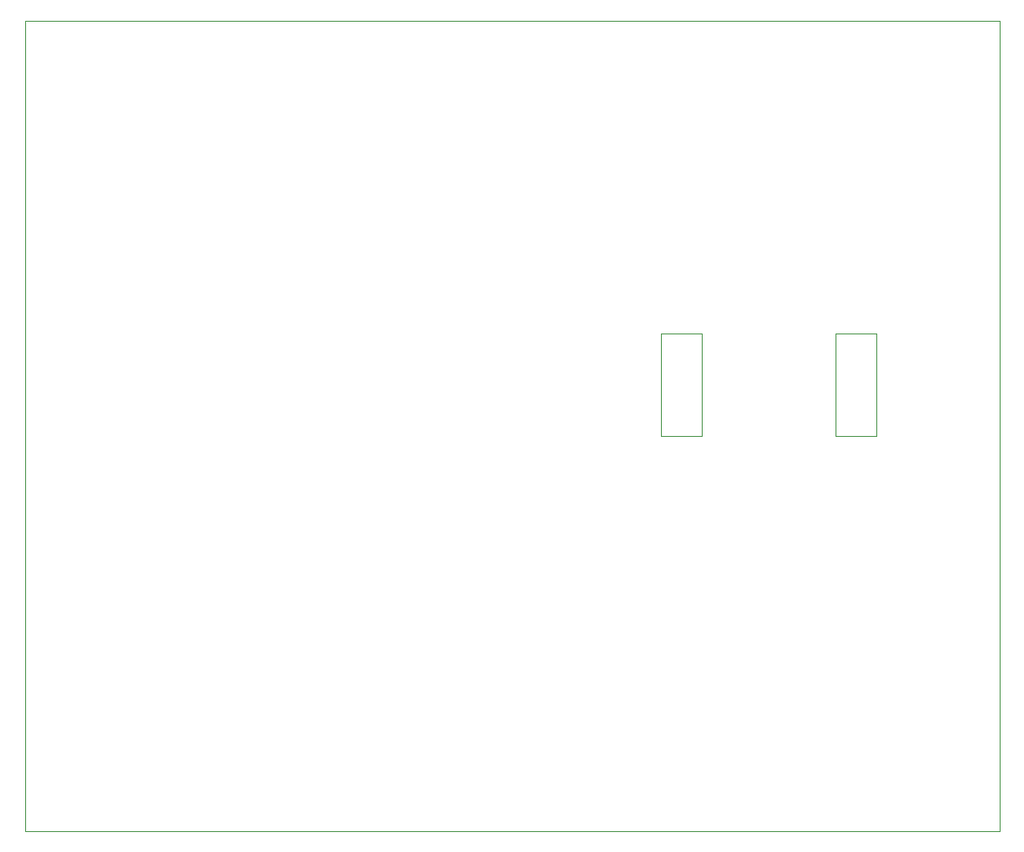
<source format=gbr>
%TF.GenerationSoftware,KiCad,Pcbnew,(6.0.0)*%
%TF.CreationDate,2022-08-12T16:53:38+02:00*%
%TF.ProjectId,PulseOximeter,50756c73-654f-4786-996d-657465722e6b,rev?*%
%TF.SameCoordinates,Original*%
%TF.FileFunction,Profile,NP*%
%FSLAX46Y46*%
G04 Gerber Fmt 4.6, Leading zero omitted, Abs format (unit mm)*
G04 Created by KiCad (PCBNEW (6.0.0)) date 2022-08-12 16:53:38*
%MOMM*%
%LPD*%
G01*
G04 APERTURE LIST*
%TA.AperFunction,Profile*%
%ADD10C,0.100000*%
%TD*%
G04 APERTURE END LIST*
D10*
X139000000Y-88500000D02*
X143000000Y-88500000D01*
X143000000Y-88500000D02*
X143000000Y-98500000D01*
X143000000Y-98500000D02*
X139000000Y-98500000D01*
X139000000Y-98500000D02*
X139000000Y-88500000D01*
X156000000Y-88500000D02*
X160000000Y-88500000D01*
X160000000Y-88500000D02*
X160000000Y-98500000D01*
X160000000Y-98500000D02*
X156000000Y-98500000D01*
X156000000Y-98500000D02*
X156000000Y-88500000D01*
X77000000Y-58000000D02*
X77000000Y-137000000D01*
X172000000Y-137000000D02*
X77000000Y-137000000D01*
X172000000Y-58000000D02*
X172000000Y-137000000D01*
X77000000Y-58000000D02*
X172000000Y-58000000D01*
M02*

</source>
